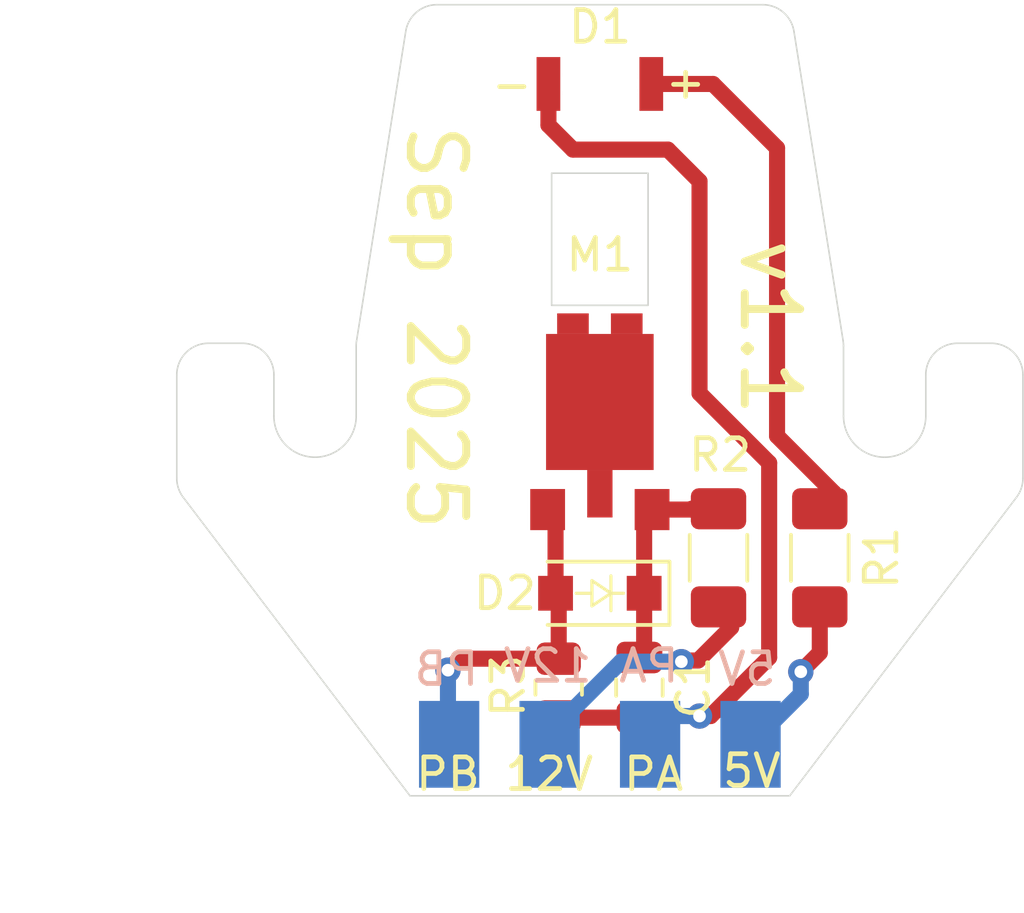
<source format=kicad_pcb>
(kicad_pcb (version 20241229) (generator "pcbnew") (generator_version "9.0")
  (title_block (date "2025-09-04") (rev "1.1"))
  (layers (0 "F.Cu" signal) (2 "B.Cu" signal) (13 "F.Paste" user) (15 "B.Paste" user) (5 "F.SilkS" user "F.Silkscreen") (7 "B.SilkS" user "B.Silkscreen") (1 "F.Mask" user) (3 "B.Mask" user) (25 "Edge.Cuts" user))
  (net 0 "")
  (net 1 "Net-(D1-A)")
  (net 2 "/POW_B")
  (net 3 "/5V")
  (net 4 "/POW_A")
  (net 5 "Net-(D2-K)")
  (net 6 "/12V")
  (net 7 "Net-(C1-Pad2)")
  (footprint "asl_footprints:1206_reverse_smd" (layer "F.Cu") (at 105.85 57.42502)
    (property "Reference" "D1" (at 0.00482 -1.80482 0) (layer "F.SilkS"))
    (property "Value" "LED" (hide yes))
    (pad "" np_thru_hole circle (at 0 0 90) (size 2.3 2.3) (drill 2.3) (layers "*.Cu" "*.Mask"))
    (pad "1" smd rect (at -1.625 0 90) (size 1.7 0.75) (layers "F.Cu" "F.Mask" "F.Paste") (net 4 "/POW_A"))
    (pad "2" smd rect (at 1.625 0 90) (size 1.7 0.75) (layers "F.Cu" "F.Mask" "F.Paste") (net 1 "Net-(D1-A)"))
  )
  (footprint "Resistor_SMD:R_1206_3216Metric_Pad1.30x1.75mm_HandSolder" (layer "F.Cu") (at 109.6 72.4 -90)
    (property "Reference" "R2" (at -3.25 -0.05 180) (layer "F.SilkS"))
    (property "Value" "120Ω")
    (fp_line (start -0.727064 0.91) (end 0.727064 0.91) (stroke (width 0.12)) (layer "F.SilkS"))
    (fp_line (start -0.727064 -0.91) (end 0.727064 -0.91) (stroke (width 0.12)) (layer "F.SilkS"))
    (pad "1" smd roundrect (at -1.55 0 270) (size 1.3 1.75) (layers "F.Cu" "F.Mask" "F.Paste") (roundrect_rratio 0.192308) (net 5 "Net-(D2-K)"))
    (pad "2" smd roundrect (at 1.55 0 270) (size 1.3 1.75) (layers "F.Cu" "F.Mask" "F.Paste") (roundrect_rratio 0.192308) (net 6 "/12V"))
  )
  (footprint "Resistor_SMD:R_0805_2012Metric" (layer "F.Cu") (at 104.55 76.5 -90)
    (property "Reference" "R3" (at -0.05 1.6 90) (layer "F.SilkS"))
    (property "Value" "100")
    (fp_line (start -0.227064 0.735) (end 0.227064 0.735) (stroke (width 0.12)) (layer "F.SilkS"))
    (fp_line (start -0.227064 -0.735) (end 0.227064 -0.735) (stroke (width 0.12)) (layer "F.SilkS"))
    (pad "1" smd roundrect (at -0.9125 0 270) (size 1.025 1.4) (layers "F.Cu" "F.Mask" "F.Paste") (roundrect_rratio 0.243902) (net 2 "/POW_B"))
    (pad "2" smd roundrect (at 0.9125 0 270) (size 1.025 1.4) (layers "F.Cu" "F.Mask" "F.Paste") (roundrect_rratio 0.243902) (net 7 "Net-(C1-Pad2)"))
  )
  (footprint "asl_footprints:D_SOD-123F" (layer "F.Cu") (at 105.85 73.5202 180)
    (property "Reference" "D2" (at 3 0 180) (layer "F.SilkS"))
    (property "Value" "1N5819HW-7-F")
    (fp_line (start 0.25 0.4) (end -0.35 0) (stroke (width 0.1)) (layer "F.SilkS"))
    (fp_line (start 0.25 0) (end 0.75 0) (stroke (width 0.1)) (layer "F.SilkS"))
    (fp_line (start 0.25 -0.4) (end 0.25 0.4) (stroke (width 0.1)) (layer "F.SilkS"))
    (fp_line (start -0.35 0) (end 0.25 -0.4) (stroke (width 0.1)) (layer "F.SilkS"))
    (fp_line (start -0.35 0) (end -0.35 0.55) (stroke (width 0.1)) (layer "F.SilkS"))
    (fp_line (start -0.35 0) (end -0.35 -0.55) (stroke (width 0.1)) (layer "F.SilkS"))
    (fp_line (start -0.75 0) (end -0.35 0) (stroke (width 0.1)) (layer "F.SilkS"))
    (fp_line (start -2.2 1) (end 1.65 1) (stroke (width 0.12)) (layer "F.SilkS"))
    (fp_line (start -2.2 -1) (end 1.65 -1) (stroke (width 0.12)) (layer "F.SilkS"))
    (fp_line (start -2.2 -1) (end -2.2 1) (stroke (width 0.12)) (layer "F.SilkS"))
    (pad "1" smd rect (at -1.4 0 180) (size 1.1 1.1) (layers "F.Cu" "F.Mask" "F.Paste") (net 5 "Net-(D2-K)"))
    (pad "2" smd rect (at 1.4 0 180) (size 1.1 1.1) (layers "F.Cu" "F.Mask" "F.Paste") (net 2 "/POW_B"))
  )
  (footprint "asl_footprints:vibration_motor_12k_smd" (layer "F.Cu") (at 105.85 65.325 -90)
    (property "Reference" "M1" (at -2.5 0 0) (layer "F.SilkS"))
    (property "Value" "VZ43FM1B8230001L" (hide yes))
    (fp_rect (start -5.08 -1.524) (end -0.90424 1.524) (stroke (width 0.05)) (fill no) (layer "Edge.Cuts"))
    (pad "1" smd rect (at 5.55 -1.65 90) (size 1.3 1.1) (layers "F.Cu" "F.Mask" "F.Paste") (net 5 "Net-(D2-K)"))
    (pad "2" smd rect (at 5.55 1.65 90) (size 1.3 1.1) (layers "F.Cu" "F.Mask" "F.Paste") (net 2 "/POW_B"))
    (pad "3" smd rect (at -0.325 -0.85) (size 1 0.65) (layers "F.Cu" "F.Mask" "F.Paste"))
    (pad "3" smd rect (at -0.325 0.85) (size 1 0.65) (layers "F.Cu" "F.Mask" "F.Paste"))
    (pad "3" smd rect (at 2.15 0 270) (size 4.3 3.4) (layers "F.Cu" "F.Mask" "F.Paste"))
    (pad "3" smd rect (at 5.05 0 90) (size 1.5 0.8) (layers "F.Cu" "F.Mask" "F.Paste"))
  )
  (footprint "Resistor_SMD:R_1206_3216Metric_Pad1.30x1.75mm_HandSolder" (layer "F.Cu") (at 112.8 72.4 90)
    (property "Reference" "R1" (at 0 1.95 90) (layer "F.SilkS"))
    (property "Value" "120Ω")
    (fp_line (start -0.727064 -0.91) (end 0.727064 -0.91) (stroke (width 0.12)) (layer "F.SilkS"))
    (fp_line (start -0.727064 0.91) (end 0.727064 0.91) (stroke (width 0.12)) (layer "F.SilkS"))
    (pad "1" smd roundrect (at -1.55 0 90) (size 1.3 1.75) (layers "F.Cu" "F.Mask" "F.Paste") (roundrect_rratio 0.192308) (net 3 "/5V"))
    (pad "2" smd roundrect (at 1.55 0 90) (size 1.3 1.75) (layers "F.Cu" "F.Mask" "F.Paste") (roundrect_rratio 0.192308) (net 1 "Net-(D1-A)"))
  )
  (footprint "Capacitor_SMD:C_0805_2012Metric" (layer "F.Cu") (at 107.1 76.5 -90)
    (property "Reference" "C1" (at 0 -1.7 90) (layer "F.SilkS"))
    (property "Value" "0.1µF")
    (fp_line (start -0.261252 0.735) (end 0.261252 0.735) (stroke (width 0.12)) (layer "F.SilkS"))
    (fp_line (start -0.261252 -0.735) (end 0.261252 -0.735) (stroke (width 0.12)) (layer "F.SilkS"))
    (pad "1" smd roundrect (at -0.95 0 270) (size 1 1.45) (layers "F.Cu" "F.Mask" "F.Paste") (net 5 "Net-(D2-K)"))
    (pad "2" smd roundrect (at 0.95 0 270) (size 1 1.45) (layers "F.Cu" "F.Mask" "F.Paste") (net 7 "Net-(C1-Pad2)"))
  )
  (footprint "asl_footprints:board_to_board_joint_4" (layer "B.Cu") (at 105.85 76.92046)
    (property "Reference" "J1" (hide yes))
    (property "Value" "Conn_01x04_Pin")
    (pad "1" smd rect (at -4.7625 1.373) (size 1.905 2.7432) (layers "B.Cu" "B.Mask" "B.Paste") (net 2 "/POW_B"))
    (pad "2" smd rect (at -1.5875 1.373) (size 1.905 2.7432) (layers "B.Cu" "B.Mask" "B.Paste") (net 6 "/12V"))
    (pad "3" smd rect (at 1.5875 1.373) (size 1.905 2.7432) (layers "B.Cu" "B.Mask" "B.Paste") (net 4 "/POW_A"))
    (pad "4" smd rect (at 4.7625 1.373) (size 1.905 2.7432) (layers "B.Cu" "B.Mask" "B.Paste") (net 3 "/5V"))
  )
  (gr_line (start 92.684009 70.488373) (end 99.85 79.9202) (stroke (width 0.05)) (layer "Edge.Cuts"))
  (gr_line (start 111.983949 55.76329) (end 113.537613 65.542234) (stroke (width 0.05)) (layer "Edge.Cuts"))
  (gr_arc (start 99.716051 55.76329) (mid 100.054404 55.159662) (end 100.703664 54.9202) (stroke (width 0.05)) (layer "Edge.Cuts"))
  (gr_arc (start 113.537613 65.542234) (mid 113.546897 65.620445) (end 113.55 65.699144) (stroke (width 0.05)) (layer "Edge.Cuts"))
  (gr_line (start 100.703664 54.9202) (end 110.996336 54.9202) (stroke (width 0.05)) (layer "Edge.Cuts"))
  (gr_line (start 113.55 67.9202) (end 113.55 65.699144) (stroke (width 0.05)) (layer "Edge.Cuts"))
  (gr_arc (start 110.996336 54.9202) (mid 111.645581 55.159651) (end 111.983949 55.76329) (stroke (width 0.05)) (layer "Edge.Cuts"))
  (gr_line (start 116.15 67.9202) (end 116.15 66.6202) (stroke (width 0.05)) (layer "Edge.Cuts"))
  (gr_line (start 94.55 65.6202) (end 93.48026 65.6202) (stroke (width 0.05)) (layer "Edge.Cuts"))
  (gr_arc (start 116.15 66.6202) (mid 116.442893 65.913093) (end 117.15 65.6202) (stroke (width 0.05)) (layer "Edge.Cuts"))
  (gr_line (start 98.15 67.9202) (end 98.15 65.699144) (stroke (width 0.05)) (layer "Edge.Cuts"))
  (gr_arc (start 94.55 65.6202) (mid 95.257107 65.913093) (end 95.55 66.6202) (stroke (width 0.05)) (layer "Edge.Cuts"))
  (gr_line (start 98.162387 65.542234) (end 99.716051 55.76329) (stroke (width 0.05)) (layer "Edge.Cuts"))
  (gr_arc (start 92.48026 66.6202) (mid 92.773157 65.913114) (end 93.48026 65.6202) (stroke (width 0.05)) (layer "Edge.Cuts"))
  (gr_line (start 92.48026 66.6202) (end 92.48026 69.883407) (stroke (width 0.05)) (layer "Edge.Cuts"))
  (gr_line (start 118.21974 65.6202) (end 117.15 65.6202) (stroke (width 0.05)) (layer "Edge.Cuts"))
  (gr_arc (start 98.15 67.9202) (mid 96.85 69.2202) (end 95.55 67.9202) (stroke (width 0.05)) (layer "Edge.Cuts"))
  (gr_line (start 99.85 79.9202) (end 111.85 79.9202) (stroke (width 0.05)) (layer "Edge.Cuts"))
  (gr_line (start 119.21974 66.6202) (end 119.21974 69.883407) (stroke (width 0.05)) (layer "Edge.Cuts"))
  (gr_arc (start 119.21974 69.883407) (mid 119.167435 70.202585) (end 119.015991 70.488373) (stroke (width 0.05)) (layer "Edge.Cuts"))
  (gr_arc (start 98.15 65.699144) (mid 98.153105 65.620445) (end 98.162387 65.542234) (stroke (width 0.05)) (layer "Edge.Cuts"))
  (gr_line (start 95.55 67.9202) (end 95.55 66.6202) (stroke (width 0.05)) (layer "Edge.Cuts"))
  (gr_arc (start 118.21974 65.6202) (mid 118.926821 65.913107) (end 119.21974 66.6202) (stroke (width 0.05)) (layer "Edge.Cuts"))
  (gr_line (start 119.015991 70.488373) (end 111.85 79.9202) (stroke (width 0.05)) (layer "Edge.Cuts"))
  (gr_arc (start 116.15 67.9202) (mid 114.85 69.2202) (end 113.55 67.9202) (stroke (width 0.05)) (layer "Edge.Cuts"))
  (gr_arc (start 92.684009 70.488373) (mid 92.532569 70.202584) (end 92.48026 69.883407) (stroke (width 0.05)) (layer "Edge.Cuts"))
  (gr_text "PA" (at 107.55 79.8202 -0) (layer "F.SilkS") (effects (font (size 1 1)) (justify bottom)))
  (gr_text "Sep 2025" (at 99.65 65.1202 270) (layer "F.SilkS") (effects (font (size 1.75 1.75) (thickness 0.25)) (justify bottom)))
  (gr_text "+" (at 108.05 56.7202 -90) (layer "F.SilkS") (effects (font (size 1 1)) (justify left bottom)))
  (gr_text "v${REVISION}" (at 112.25 65.1202 270) (layer "F.SilkS") (effects (font (size 1.75 1.75) (thickness 0.25)) (justify top)))
  (gr_text "PB" (at 101.05 79.8202 -0) (layer "F.SilkS") (effects (font (size 1 1)) (justify bottom)))
  (gr_text "-" (at 102.35 58.0202 0) (layer "F.SilkS") (effects (font (size 1 1)) (justify left bottom)))
  (gr_text "5V" (at 110.65 79.7202 -0) (layer "F.SilkS") (effects (font (size 1 1)) (justify bottom)))
  (gr_text "12V" (at 104.25 79.8202 0) (layer "F.SilkS") (effects (font (size 1 1)) (justify bottom)))
  (gr_text "5V" (at 110.5 76.5 0) (layer "B.SilkS") (effects (font (size 1 1)) (justify bottom mirror)))
  (gr_text "12V" (at 104.2 76.4 0) (layer "B.SilkS") (effects (font (size 1 1)) (justify bottom mirror)))
  (gr_text "PA" (at 107.4 76.4 0) (layer "B.SilkS") (effects (font (size 1 1)) (justify bottom mirror)))
  (gr_text "PB" (at 101 76.5 0) (layer "B.SilkS") (effects (font (size 1 1)) (justify bottom mirror)))
  (segment (start 113 70.85) (end 112.8 70.85) (width 0.508) (layer "F.Cu") (net 1))
  (segment (start 113.25 70.35) (end 113.25 70.6) (width 0.508) (layer "F.Cu") (net 1))
  (segment (start 111.45 68.55) (end 113.25 70.35) (width 0.508) (layer "F.Cu") (net 1))
  (segment (start 109.42502 57.42502) (end 111.45 59.45) (width 0.508) (layer "F.Cu") (net 1))
  (segment (start 111.45 59.45) (end 111.45 68.55) (width 0.508) (layer "F.Cu") (net 1))
  (segment (start 113.25 70.6) (end 113 70.85) (width 0.508) (layer "F.Cu") (net 1))
  (segment (start 107.475 57.42502) (end 109.42502 57.42502) (width 0.508) (layer "F.Cu") (net 1))
  (segment (start 101.4125 75.5875) (end 101.05 75.95) (width 0.508) (layer "F.Cu") (net 2))
  (segment (start 104.45 71.125) (end 104.2 70.875) (width 0.508) (layer "F.Cu") (net 2))
  (segment (start 104.55 75.5875) (end 101.4125 75.5875) (width 0.508) (layer "F.Cu") (net 2))
  (segment (start 104.55 73.6202) (end 104.45 73.5202) (width 0.508) (layer "F.Cu") (net 2))
  (segment (start 104.45 73.5202) (end 104.45 71.125) (width 0.508) (layer "F.Cu") (net 2))
  (segment (start 104.55 75.5875) (end 104.55 73.6202) (width 0.508) (layer "F.Cu") (net 2))
  (via (at 101.05 75.95) (size 0.8) (drill 0.4) (layers "F.Cu" "B.Cu") (net 2))
  (segment (start 101.05 78.4617) (end 101.0875 78.4992) (width 0.508) (layer "B.Cu") (net 2))
  (segment (start 101.05 75.95) (end 101.05 78.4617) (width 0.508) (layer "B.Cu") (net 2))
  (segment (start 112.8 75.4) (end 112.8 73.95) (width 0.508) (layer "F.Cu") (net 3))
  (segment (start 112.2 76) (end 112.8 75.4) (width 0.508) (layer "F.Cu") (net 3))
  (via (at 112.2 76) (size 0.8) (drill 0.4) (layers "F.Cu" "B.Cu") (net 3))
  (segment (start 112.2 76.70596) (end 110.6125 78.29346) (width 0.508) (layer "B.Cu") (net 3))
  (segment (start 110.6125 78.29346) (end 110.6125 77.408) (width 0.508) (layer "B.Cu") (net 3))
  (segment (start 112.2 76) (end 112.2 76.70596) (width 0.508) (layer "B.Cu") (net 3))
  (segment (start 110.6125 77.408) (end 110.6165 77.404) (width 0.508) (layer "B.Cu") (net 3))
  (segment (start 105 59.5) (end 104.225 58.725) (width 0.508) (layer "F.Cu") (net 4))
  (segment (start 109 77.4) (end 109.35 77.4) (width 0.508) (layer "F.Cu") (net 4))
  (segment (start 108 59.5) (end 105 59.5) (width 0.508) (layer "F.Cu") (net 4))
  (segment (start 111.2 75.55) (end 111.2 69.4) (width 0.508) (layer "F.Cu") (net 4))
  (segment (start 104.225 58.725) (end 104.225 57.42502) (width 0.508) (layer "F.Cu") (net 4))
  (segment (start 109 60.5) (end 108 59.5) (width 0.508) (layer "F.Cu") (net 4))
  (segment (start 111.2 69.4) (end 109 67.2) (width 0.508) (layer "F.Cu") (net 4))
  (segment (start 109 67.2) (end 109 60.5) (width 0.508) (layer "F.Cu") (net 4))
  (segment (start 109.35 77.4) (end 111.2 75.55) (width 0.508) (layer "F.Cu") (net 4))
  (via (at 109 77.4) (size 0.8) (drill 0.4) (layers "F.Cu" "B.Cu") (net 4))
  (segment (start 107.4375 78.0625) (end 107.4375 78.29346) (width 0.508) (layer "B.Cu") (net 4))
  (segment (start 108.1 77.4) (end 107.4375 78.0625) (width 0.508) (layer "B.Cu") (net 4))
  (segment (start 107.4375 77.8125) (end 107.4375 78.4992) (width 0.508) (layer "B.Cu") (net 4))
  (segment (start 109 77.4) (end 108.1 77.4) (width 0.508) (layer "B.Cu") (net 4))
  (segment (start 107.25 73.5202) (end 107.25 71.125) (width 0.508) (layer "F.Cu") (net 5))
  (segment (start 107.25 75.4) (end 107.1 75.55) (width 0.508) (layer "F.Cu") (net 5))
  (segment (start 108.75 70.85) (end 109.6 70.85) (width 0.508) (layer "F.Cu") (net 5))
  (segment (start 107.5 70.875) (end 108.725 70.875) (width 0.508) (layer "F.Cu") (net 5))
  (segment (start 107.25 73.5202) (end 107.25 75.4) (width 0.508) (layer "F.Cu") (net 5))
  (segment (start 108.725 70.875) (end 108.75 70.85) (width 0.508) (layer "F.Cu") (net 5))
  (segment (start 107.25 71.125) (end 107.5 70.875) (width 0.508) (layer "F.Cu") (net 5))
  (segment (start 108.425 75.681846) (end 108.609001 75.681846) (width 0.508) (layer "F.Cu") (net 6))
  (segment (start 108.645847 75.645) (end 108.955 75.645) (width 0.508) (layer "F.Cu") (net 6))
  (segment (start 108.955 75.645) (end 110 74.6) (width 0.508) (layer "F.Cu") (net 6))
  (segment (start 110 74.6) (end 110 74.35) (width 0.508) (layer "F.Cu") (net 6))
  (segment (start 110 74.35) (end 109.6 73.95) (width 0.508) (layer "F.Cu") (net 6))
  (segment (start 108.609001 75.681846) (end 108.645847 75.645) (width 0.508) (layer "F.Cu") (net 6))
  (via (at 108.425 75.681846) (size 0.8) (drill 0.4) (layers "F.Cu" "B.Cu") (net 6))
  (segment (start 108.425 75.681846) (end 106.518154 75.681846) (width 0.508) (layer "B.Cu") (net 6))
  (segment (start 106.518154 75.681846) (end 104.2625 77.9375) (width 0.508) (layer "B.Cu") (net 6))
  (segment (start 104.2625 77.9375) (end 104.2625 78.4992) (width 0.508) (layer "B.Cu") (net 6))
  (segment (start 107.1 77.45) (end 104.5875 77.45) (width 0.508) (layer "F.Cu") (net 7))
  (segment (start 104.5875 77.45) (end 104.55 77.4125) (width 0.508) (layer "F.Cu") (net 7))
)
</source>
